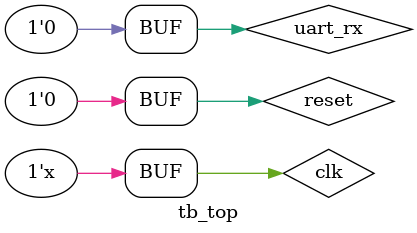
<source format=v>
`timescale 1ns/1ps
module tb_top();

    
    reg clk, reset;
    reg uart_rx;
    wire uart_tx;    
    
    top dut(
        clk, reset,
        uart_rx, 
        uart_tx
    );
    

    

    always #5 clk = ~clk;

    initial begin
        clk = 0;
        uart_rx = 0;
        
        // reset
        #2  reset = 1;
        #20 reset = 0;
        
    end

endmodule

</source>
